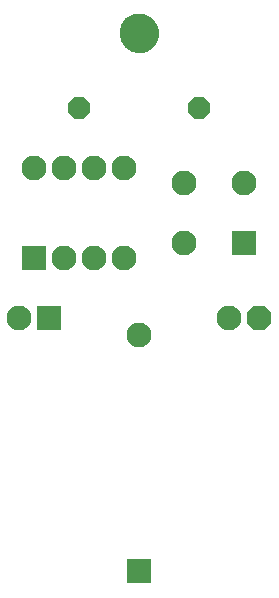
<source format=gbs>
G75*
%MOIN*%
%OFA0B0*%
%FSLAX25Y25*%
%IPPOS*%
%LPD*%
%AMOC8*
5,1,8,0,0,1.08239X$1,22.5*
%
%ADD10C,0.00000*%
%ADD11C,0.12998*%
%ADD12OC8,0.07487*%
%ADD13R,0.08274X0.08274*%
%ADD14C,0.08274*%
%ADD15OC8,0.08274*%
D10*
X0045561Y0196800D02*
X0045563Y0196958D01*
X0045569Y0197116D01*
X0045579Y0197274D01*
X0045593Y0197432D01*
X0045611Y0197589D01*
X0045632Y0197746D01*
X0045658Y0197902D01*
X0045688Y0198058D01*
X0045721Y0198213D01*
X0045759Y0198366D01*
X0045800Y0198519D01*
X0045845Y0198671D01*
X0045894Y0198822D01*
X0045947Y0198971D01*
X0046003Y0199119D01*
X0046063Y0199265D01*
X0046127Y0199410D01*
X0046195Y0199553D01*
X0046266Y0199695D01*
X0046340Y0199835D01*
X0046418Y0199972D01*
X0046500Y0200108D01*
X0046584Y0200242D01*
X0046673Y0200373D01*
X0046764Y0200502D01*
X0046859Y0200629D01*
X0046956Y0200754D01*
X0047057Y0200876D01*
X0047161Y0200995D01*
X0047268Y0201112D01*
X0047378Y0201226D01*
X0047491Y0201337D01*
X0047606Y0201446D01*
X0047724Y0201551D01*
X0047845Y0201653D01*
X0047968Y0201753D01*
X0048094Y0201849D01*
X0048222Y0201942D01*
X0048352Y0202032D01*
X0048485Y0202118D01*
X0048620Y0202202D01*
X0048756Y0202281D01*
X0048895Y0202358D01*
X0049036Y0202430D01*
X0049178Y0202500D01*
X0049322Y0202565D01*
X0049468Y0202627D01*
X0049615Y0202685D01*
X0049764Y0202740D01*
X0049914Y0202791D01*
X0050065Y0202838D01*
X0050217Y0202881D01*
X0050370Y0202920D01*
X0050525Y0202956D01*
X0050680Y0202987D01*
X0050836Y0203015D01*
X0050992Y0203039D01*
X0051149Y0203059D01*
X0051307Y0203075D01*
X0051464Y0203087D01*
X0051623Y0203095D01*
X0051781Y0203099D01*
X0051939Y0203099D01*
X0052097Y0203095D01*
X0052256Y0203087D01*
X0052413Y0203075D01*
X0052571Y0203059D01*
X0052728Y0203039D01*
X0052884Y0203015D01*
X0053040Y0202987D01*
X0053195Y0202956D01*
X0053350Y0202920D01*
X0053503Y0202881D01*
X0053655Y0202838D01*
X0053806Y0202791D01*
X0053956Y0202740D01*
X0054105Y0202685D01*
X0054252Y0202627D01*
X0054398Y0202565D01*
X0054542Y0202500D01*
X0054684Y0202430D01*
X0054825Y0202358D01*
X0054964Y0202281D01*
X0055100Y0202202D01*
X0055235Y0202118D01*
X0055368Y0202032D01*
X0055498Y0201942D01*
X0055626Y0201849D01*
X0055752Y0201753D01*
X0055875Y0201653D01*
X0055996Y0201551D01*
X0056114Y0201446D01*
X0056229Y0201337D01*
X0056342Y0201226D01*
X0056452Y0201112D01*
X0056559Y0200995D01*
X0056663Y0200876D01*
X0056764Y0200754D01*
X0056861Y0200629D01*
X0056956Y0200502D01*
X0057047Y0200373D01*
X0057136Y0200242D01*
X0057220Y0200108D01*
X0057302Y0199972D01*
X0057380Y0199835D01*
X0057454Y0199695D01*
X0057525Y0199553D01*
X0057593Y0199410D01*
X0057657Y0199265D01*
X0057717Y0199119D01*
X0057773Y0198971D01*
X0057826Y0198822D01*
X0057875Y0198671D01*
X0057920Y0198519D01*
X0057961Y0198366D01*
X0057999Y0198213D01*
X0058032Y0198058D01*
X0058062Y0197902D01*
X0058088Y0197746D01*
X0058109Y0197589D01*
X0058127Y0197432D01*
X0058141Y0197274D01*
X0058151Y0197116D01*
X0058157Y0196958D01*
X0058159Y0196800D01*
X0058157Y0196642D01*
X0058151Y0196484D01*
X0058141Y0196326D01*
X0058127Y0196168D01*
X0058109Y0196011D01*
X0058088Y0195854D01*
X0058062Y0195698D01*
X0058032Y0195542D01*
X0057999Y0195387D01*
X0057961Y0195234D01*
X0057920Y0195081D01*
X0057875Y0194929D01*
X0057826Y0194778D01*
X0057773Y0194629D01*
X0057717Y0194481D01*
X0057657Y0194335D01*
X0057593Y0194190D01*
X0057525Y0194047D01*
X0057454Y0193905D01*
X0057380Y0193765D01*
X0057302Y0193628D01*
X0057220Y0193492D01*
X0057136Y0193358D01*
X0057047Y0193227D01*
X0056956Y0193098D01*
X0056861Y0192971D01*
X0056764Y0192846D01*
X0056663Y0192724D01*
X0056559Y0192605D01*
X0056452Y0192488D01*
X0056342Y0192374D01*
X0056229Y0192263D01*
X0056114Y0192154D01*
X0055996Y0192049D01*
X0055875Y0191947D01*
X0055752Y0191847D01*
X0055626Y0191751D01*
X0055498Y0191658D01*
X0055368Y0191568D01*
X0055235Y0191482D01*
X0055100Y0191398D01*
X0054964Y0191319D01*
X0054825Y0191242D01*
X0054684Y0191170D01*
X0054542Y0191100D01*
X0054398Y0191035D01*
X0054252Y0190973D01*
X0054105Y0190915D01*
X0053956Y0190860D01*
X0053806Y0190809D01*
X0053655Y0190762D01*
X0053503Y0190719D01*
X0053350Y0190680D01*
X0053195Y0190644D01*
X0053040Y0190613D01*
X0052884Y0190585D01*
X0052728Y0190561D01*
X0052571Y0190541D01*
X0052413Y0190525D01*
X0052256Y0190513D01*
X0052097Y0190505D01*
X0051939Y0190501D01*
X0051781Y0190501D01*
X0051623Y0190505D01*
X0051464Y0190513D01*
X0051307Y0190525D01*
X0051149Y0190541D01*
X0050992Y0190561D01*
X0050836Y0190585D01*
X0050680Y0190613D01*
X0050525Y0190644D01*
X0050370Y0190680D01*
X0050217Y0190719D01*
X0050065Y0190762D01*
X0049914Y0190809D01*
X0049764Y0190860D01*
X0049615Y0190915D01*
X0049468Y0190973D01*
X0049322Y0191035D01*
X0049178Y0191100D01*
X0049036Y0191170D01*
X0048895Y0191242D01*
X0048756Y0191319D01*
X0048620Y0191398D01*
X0048485Y0191482D01*
X0048352Y0191568D01*
X0048222Y0191658D01*
X0048094Y0191751D01*
X0047968Y0191847D01*
X0047845Y0191947D01*
X0047724Y0192049D01*
X0047606Y0192154D01*
X0047491Y0192263D01*
X0047378Y0192374D01*
X0047268Y0192488D01*
X0047161Y0192605D01*
X0047057Y0192724D01*
X0046956Y0192846D01*
X0046859Y0192971D01*
X0046764Y0193098D01*
X0046673Y0193227D01*
X0046584Y0193358D01*
X0046500Y0193492D01*
X0046418Y0193628D01*
X0046340Y0193765D01*
X0046266Y0193905D01*
X0046195Y0194047D01*
X0046127Y0194190D01*
X0046063Y0194335D01*
X0046003Y0194481D01*
X0045947Y0194629D01*
X0045894Y0194778D01*
X0045845Y0194929D01*
X0045800Y0195081D01*
X0045759Y0195234D01*
X0045721Y0195387D01*
X0045688Y0195542D01*
X0045658Y0195698D01*
X0045632Y0195854D01*
X0045611Y0196011D01*
X0045593Y0196168D01*
X0045579Y0196326D01*
X0045569Y0196484D01*
X0045563Y0196642D01*
X0045561Y0196800D01*
D11*
X0051860Y0196800D03*
D12*
X0031860Y0171800D03*
X0071860Y0171800D03*
D13*
X0051860Y0017430D03*
X0021860Y0101800D03*
X0016860Y0121800D03*
X0086860Y0126800D03*
D14*
X0086860Y0146800D03*
X0066860Y0146800D03*
X0066860Y0126800D03*
X0081860Y0101800D03*
X0051860Y0096170D03*
X0046860Y0121800D03*
X0036860Y0121800D03*
X0026860Y0121800D03*
X0011860Y0101800D03*
X0016860Y0151800D03*
X0026860Y0151800D03*
X0036860Y0151800D03*
X0046860Y0151800D03*
D15*
X0091860Y0101800D03*
M02*

</source>
